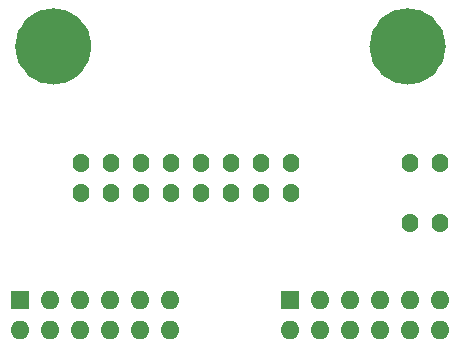
<source format=gts>
G04 #@! TF.GenerationSoftware,KiCad,Pcbnew,7.0.1*
G04 #@! TF.CreationDate,2023-03-15T08:41:10+09:00*
G04 #@! TF.ProjectId,Pmod_HUB75,506d6f64-5f48-4554-9237-352e6b696361,rev?*
G04 #@! TF.SameCoordinates,Original*
G04 #@! TF.FileFunction,Soldermask,Top*
G04 #@! TF.FilePolarity,Negative*
%FSLAX46Y46*%
G04 Gerber Fmt 4.6, Leading zero omitted, Abs format (unit mm)*
G04 Created by KiCad (PCBNEW 7.0.1) date 2023-03-15 08:41:10*
%MOMM*%
%LPD*%
G01*
G04 APERTURE LIST*
%ADD10C,3.250000*%
%ADD11C,3.200000*%
%ADD12R,1.600000X1.600000*%
%ADD13O,1.600000X1.600000*%
%ADD14O,1.400000X1.600000*%
G04 APERTURE END LIST*
G04 #@! TO.C,H1*
D10*
X-13375000Y-13000000D02*
G75*
G03*
X-13375000Y-13000000I-1625000J0D01*
G01*
G04 #@! TO.C,H2*
X16625000Y-13000000D02*
G75*
G03*
X16625000Y-13000000I-1625000J0D01*
G01*
G04 #@! TD*
D11*
G04 #@! TO.C,H1*
X-15000000Y-13000000D03*
G04 #@! TD*
G04 #@! TO.C,H2*
X15000000Y-13000000D03*
G04 #@! TD*
D12*
G04 #@! TO.C,J1*
X5080000Y-34490000D03*
D13*
X7620000Y-34490000D03*
X10160000Y-34490000D03*
X12700000Y-34490000D03*
X15240000Y-34490000D03*
X17780000Y-34490000D03*
X5080000Y-37030000D03*
X7620000Y-37030000D03*
X10160000Y-37030000D03*
X12700000Y-37030000D03*
X15240000Y-37030000D03*
X17780000Y-37030000D03*
G04 #@! TD*
D14*
G04 #@! TO.C,J5*
X15240000Y-22860000D03*
X17780000Y-22860000D03*
G04 #@! TD*
G04 #@! TO.C,J3*
X-12685000Y-25405000D03*
X-12685000Y-22865000D03*
X-10145000Y-25405000D03*
X-10145000Y-22865000D03*
X-7605000Y-25405000D03*
X-7605000Y-22865000D03*
X-5065000Y-25405000D03*
X-5065000Y-22865000D03*
X-2525000Y-25405000D03*
X-2525000Y-22865000D03*
X15000Y-25405000D03*
X15000Y-22865000D03*
X2555000Y-25405000D03*
X2555000Y-22865000D03*
X5095000Y-25405000D03*
X5095000Y-22865000D03*
G04 #@! TD*
D12*
G04 #@! TO.C,J2*
X-17780000Y-34490000D03*
D13*
X-15240000Y-34490000D03*
X-12700000Y-34490000D03*
X-10160000Y-34490000D03*
X-7620000Y-34490000D03*
X-5080000Y-34490000D03*
X-17780000Y-37030000D03*
X-15240000Y-37030000D03*
X-12700000Y-37030000D03*
X-10160000Y-37030000D03*
X-7620000Y-37030000D03*
X-5080000Y-37030000D03*
G04 #@! TD*
D14*
G04 #@! TO.C,J4*
X15240000Y-27940000D03*
X17780000Y-27940000D03*
G04 #@! TD*
M02*

</source>
